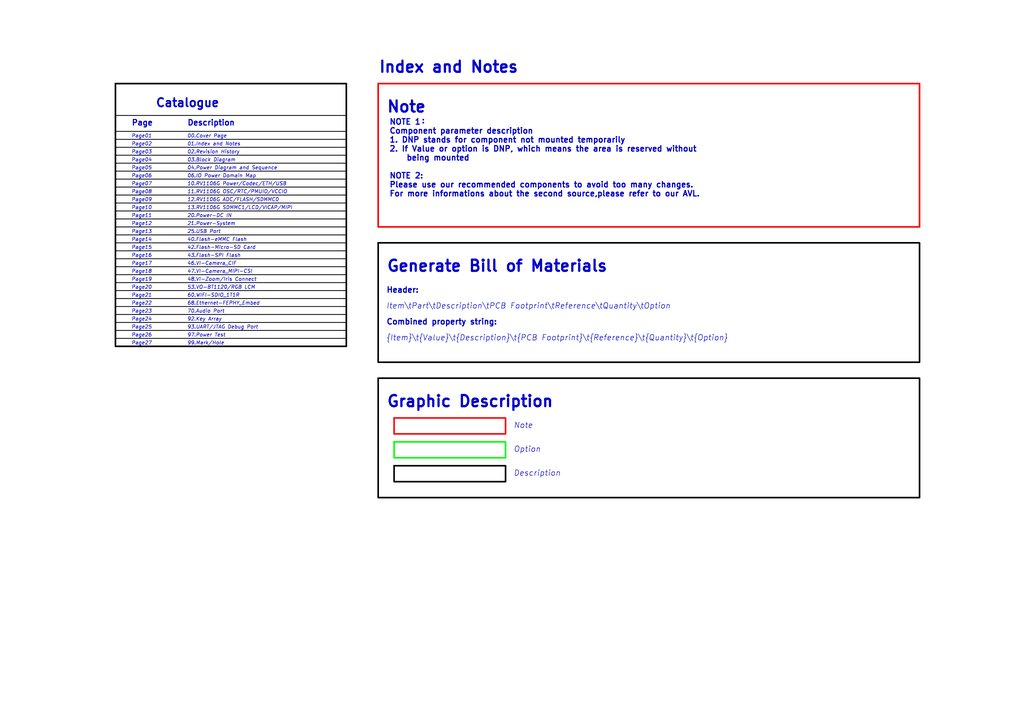
<source format=kicad_sch>
(kicad_sch
	(version 20250114)
	(generator "eeschema")
	(generator_version "9.0")
	(uuid "ac15252f-ab0d-4ffa-8ff0-7e168da30e3f")
	(paper "User" 326.7 231)
	(lib_symbols)
	(rectangle
		(start 110.49 26.67)
		(end 36.83 110.49)
		(stroke
			(width 0.508)
			(type solid)
			(color 0 0 0 1)
		)
		(fill
			(type none)
		)
		(uuid 140d4545-37c1-478c-9554-300779a72c1e)
	)
	(rectangle
		(start 293.37 120.65)
		(end 120.65 158.75)
		(stroke
			(width 0.508)
			(type solid)
			(color 0 0 0 1)
		)
		(fill
			(type none)
		)
		(uuid 29ff0aa5-7039-4971-bc57-7b306a0c387f)
	)
	(rectangle
		(start 161.29 133.35)
		(end 125.73 138.43)
		(stroke
			(width 0.508)
			(type solid)
			(color 255 0 0 1)
		)
		(fill
			(type none)
		)
		(uuid 5e4c497b-23db-44f4-88c4-5a2800442f10)
	)
	(rectangle
		(start 293.37 26.67)
		(end 120.65 72.39)
		(stroke
			(width 0.508)
			(type solid)
			(color 255 0 0 1)
		)
		(fill
			(type none)
		)
		(uuid 90c2f5a4-cab6-430a-8389-40fb37b0532c)
	)
	(rectangle
		(start 161.29 140.97)
		(end 125.73 146.05)
		(stroke
			(width 0.508)
			(type solid)
			(color 0 255 0 1)
		)
		(fill
			(type none)
		)
		(uuid 9267f2b0-5eda-4d90-86ec-a87a9f4770e9)
	)
	(rectangle
		(start 293.37 77.47)
		(end 120.65 115.57)
		(stroke
			(width 0.508)
			(type solid)
			(color 0 0 0 1)
		)
		(fill
			(type none)
		)
		(uuid adf47e15-10e4-4007-aaca-4cba144e79f8)
	)
	(rectangle
		(start 161.29 148.59)
		(end 125.73 153.67)
		(stroke
			(width 0.508)
			(type solid)
			(color 0 0 0 1)
		)
		(fill
			(type none)
		)
		(uuid b31e10ad-bc6a-469b-8725-889c94bf1430)
	)
	(text "99.Mark/Hole"
		(exclude_from_sim no)
		(at 59.69 110.236 0)
		(effects
			(font
				(size 1.143 1.143)
				(italic yes)
			)
			(justify left bottom)
		)
		(uuid "02315b06-6c13-4131-a590-b0868ff47db9")
	)
	(text "11.RV1106G OSC/RTC/PMUIO/VCCIO"
		(exclude_from_sim no)
		(at 59.69 61.976 0)
		(effects
			(font
				(size 1.143 1.143)
				(italic yes)
			)
			(justify left bottom)
		)
		(uuid "081e3241-82e7-49fc-b651-bdc068b248b6")
	)
	(text "43.Flash-SPI Flash"
		(exclude_from_sim no)
		(at 59.69 82.296 0)
		(effects
			(font
				(size 1.143 1.143)
				(italic yes)
			)
			(justify left bottom)
		)
		(uuid "0a7288d8-f38b-4163-a62f-7216bb37becb")
	)
	(text "Page23"
		(exclude_from_sim no)
		(at 41.91 100.076 0)
		(effects
			(font
				(size 1.143 1.143)
				(italic yes)
			)
			(justify left bottom)
		)
		(uuid "0cb716a1-7bc7-4490-a488-c77cd84e93fd")
	)
	(text "Combined property string:"
		(exclude_from_sim no)
		(at 123.19 103.886 0)
		(effects
			(font
				(size 1.778 1.778)
				(thickness 0.3556)
				(bold yes)
			)
			(justify left bottom)
		)
		(uuid "0f2be055-fa41-4d94-9b9b-5290f878f69b")
	)
	(text "Page"
		(exclude_from_sim no)
		(at 41.91 40.386 0)
		(effects
			(font
				(size 1.778 1.778)
				(thickness 0.3556)
				(bold yes)
			)
			(justify left bottom)
		)
		(uuid "1a8e8764-674a-4009-955a-79580c4cc130")
	)
	(text "13.RV1106G SDMMC1/LCD/VICAP/MIPI"
		(exclude_from_sim no)
		(at 59.69 67.056 0)
		(effects
			(font
				(size 1.143 1.143)
				(italic yes)
			)
			(justify left bottom)
		)
		(uuid "1c78cb14-7cce-42c2-a762-99ec5ea5b18a")
	)
	(text "20.Power-DC IN"
		(exclude_from_sim no)
		(at 59.69 69.596 0)
		(effects
			(font
				(size 1.143 1.143)
				(italic yes)
			)
			(justify left bottom)
		)
		(uuid "20f9da27-307e-4120-ae4b-a6280b5e809f")
	)
	(text "47.VI-Camera_MIPI-CSI"
		(exclude_from_sim no)
		(at 59.69 87.376 0)
		(effects
			(font
				(size 1.143 1.143)
				(italic yes)
			)
			(justify left bottom)
		)
		(uuid "2284735e-1cce-44c0-8157-e3e0ad93a407")
	)
	(text "Page01"
		(exclude_from_sim no)
		(at 41.91 44.196 0)
		(effects
			(font
				(size 1.143 1.143)
				(italic yes)
			)
			(justify left bottom)
		)
		(uuid "244bcfba-da01-44e7-a047-438ad7b0402c")
	)
	(text "Page07"
		(exclude_from_sim no)
		(at 41.91 59.436 0)
		(effects
			(font
				(size 1.143 1.143)
				(italic yes)
			)
			(justify left bottom)
		)
		(uuid "2b644e0c-1588-4f77-bbb2-2b8298d6b12e")
	)
	(text "42.Flash-Micro-SD Card"
		(exclude_from_sim no)
		(at 59.69 79.756 0)
		(effects
			(font
				(size 1.143 1.143)
				(italic yes)
			)
			(justify left bottom)
		)
		(uuid "2bf7b74b-9e01-4129-9131-7c0646265593")
	)
	(text "Page19"
		(exclude_from_sim no)
		(at 41.91 89.916 0)
		(effects
			(font
				(size 1.143 1.143)
				(italic yes)
			)
			(justify left bottom)
		)
		(uuid "3479a2ac-2d86-48d4-b691-8ff5c54f2062")
	)
	(text "01.Index and Notes"
		(exclude_from_sim no)
		(at 59.69 46.736 0)
		(effects
			(font
				(size 1.143 1.143)
				(italic yes)
			)
			(justify left bottom)
		)
		(uuid "361e1e67-1a1d-4eb5-bfe7-8d60f36f1f39")
	)
	(text "Page10"
		(exclude_from_sim no)
		(at 41.91 67.056 0)
		(effects
			(font
				(size 1.143 1.143)
				(italic yes)
			)
			(justify left bottom)
		)
		(uuid "3c34ec51-3ee9-40a7-84cc-780badc45c19")
	)
	(text "Note"
		(exclude_from_sim no)
		(at 163.83 136.906 0)
		(effects
			(font
				(size 1.778 1.778)
				(italic yes)
			)
			(justify left bottom)
		)
		(uuid "3ff2123e-56f3-46f4-8790-5cea787fd63b")
	)
	(text "03.Block Diagram"
		(exclude_from_sim no)
		(at 59.69 51.816 0)
		(effects
			(font
				(size 1.143 1.143)
				(italic yes)
			)
			(justify left bottom)
		)
		(uuid "41ef9d31-09f3-42f2-84d0-8fcd3e8e55b2")
	)
	(text "Page20"
		(exclude_from_sim no)
		(at 41.91 92.456 0)
		(effects
			(font
				(size 1.143 1.143)
				(italic yes)
			)
			(justify left bottom)
		)
		(uuid "421858c8-7fce-4cd9-91f5-bb023c2c026c")
	)
	(text "Page24"
		(exclude_from_sim no)
		(at 41.91 102.616 0)
		(effects
			(font
				(size 1.143 1.143)
				(italic yes)
			)
			(justify left bottom)
		)
		(uuid "42c8afef-9598-48c7-b2f8-fb044e1fa578")
	)
	(text "Page13"
		(exclude_from_sim no)
		(at 41.91 74.676 0)
		(effects
			(font
				(size 1.143 1.143)
				(italic yes)
			)
			(justify left bottom)
		)
		(uuid "4a4825d1-af14-4dcd-bdc4-0774118a4da4")
	)
	(text "60.WIFI-SDIO_1T1R"
		(exclude_from_sim no)
		(at 59.69 94.996 0)
		(effects
			(font
				(size 1.143 1.143)
				(italic yes)
			)
			(justify left bottom)
		)
		(uuid "4f99367a-8601-4fff-a195-07771446deef")
	)
	(text "53.VO-BT1120/RGB LCM"
		(exclude_from_sim no)
		(at 59.69 92.456 0)
		(effects
			(font
				(size 1.143 1.143)
				(italic yes)
			)
			(justify left bottom)
		)
		(uuid "59618493-cd32-4ab9-a71f-b98a8d0840a9")
	)
	(text "Page21"
		(exclude_from_sim no)
		(at 41.91 94.996 0)
		(effects
			(font
				(size 1.143 1.143)
				(italic yes)
			)
			(justify left bottom)
		)
		(uuid "5d553d40-4d1f-44e4-8b6a-cb726a927b02")
	)
	(text "Item\\tPart\\tDescription\\tPCB Footprint\\tReference\\tQuantity\\tOption"
		(exclude_from_sim no)
		(at 123.19 98.806 0)
		(effects
			(font
				(size 1.778 1.778)
				(italic yes)
			)
			(justify left bottom)
		)
		(uuid "5edef138-a185-4547-89be-32cd052b8fe9")
	)
	(text "68.Ethernet-FEPHY_Embed"
		(exclude_from_sim no)
		(at 59.69 97.536 0)
		(effects
			(font
				(size 1.143 1.143)
				(italic yes)
			)
			(justify left bottom)
		)
		(uuid "606f6a66-9455-4508-8346-f823015fe59b")
	)
	(text "Generate Bill of Materials"
		(exclude_from_sim no)
		(at 123.19 87.122 0)
		(effects
			(font
				(size 3.556 3.556)
				(thickness 0.7112)
				(bold yes)
			)
			(justify left bottom)
		)
		(uuid "6a68ea6b-5e24-4843-98dc-0812f34f3d26")
	)
	(text "Page09"
		(exclude_from_sim no)
		(at 41.91 64.516 0)
		(effects
			(font
				(size 1.143 1.143)
				(italic yes)
			)
			(justify left bottom)
		)
		(uuid "6d823570-7c21-468d-9482-c9e0fe2f5982")
	)
	(text "25.USB Port"
		(exclude_from_sim no)
		(at 59.69 74.676 0)
		(effects
			(font
				(size 1.143 1.143)
				(italic yes)
			)
			(justify left bottom)
		)
		(uuid "74da392c-1b6e-48e2-a04d-af8c2f5ed847")
	)
	(text "Page27"
		(exclude_from_sim no)
		(at 41.91 110.236 0)
		(effects
			(font
				(size 1.143 1.143)
				(italic yes)
			)
			(justify left bottom)
		)
		(uuid "7f4f3cec-0909-452b-a2c1-f9defec3c13f")
	)
	(text "Page14"
		(exclude_from_sim no)
		(at 41.91 77.216 0)
		(effects
			(font
				(size 1.143 1.143)
				(italic yes)
			)
			(justify left bottom)
		)
		(uuid "8471abf6-52f1-4a7d-aa85-279c4b0ef899")
	)
	(text "Page25"
		(exclude_from_sim no)
		(at 41.91 105.156 0)
		(effects
			(font
				(size 1.143 1.143)
				(italic yes)
			)
			(justify left bottom)
		)
		(uuid "8ac395ff-07c0-4f85-b834-79500b40aab2")
	)
	(text "93.UART/JTAG Debug Port"
		(exclude_from_sim no)
		(at 59.69 105.156 0)
		(effects
			(font
				(size 1.143 1.143)
				(italic yes)
			)
			(justify left bottom)
		)
		(uuid "8be020f7-5da9-4fb2-9a0d-c4efce4babfa")
	)
	(text "00.Cover Page"
		(exclude_from_sim no)
		(at 59.69 44.196 0)
		(effects
			(font
				(size 1.143 1.143)
				(italic yes)
			)
			(justify left bottom)
		)
		(uuid "90413075-8f8e-4b04-9b3b-3d9322aa777f")
	)
	(text "Page18"
		(exclude_from_sim no)
		(at 41.91 87.376 0)
		(effects
			(font
				(size 1.143 1.143)
				(italic yes)
			)
			(justify left bottom)
		)
		(uuid "912d81df-cd0d-43ef-9851-bdb40bec2f47")
	)
	(text "Option"
		(exclude_from_sim no)
		(at 163.83 144.526 0)
		(effects
			(font
				(size 1.778 1.778)
				(italic yes)
			)
			(justify left bottom)
		)
		(uuid "924c06d9-2cbd-45ce-9c78-06dc35b255e3")
	)
	(text "46.VI-Camera_CIF"
		(exclude_from_sim no)
		(at 59.69 84.836 0)
		(effects
			(font
				(size 1.143 1.143)
				(italic yes)
			)
			(justify left bottom)
		)
		(uuid "93e44ead-f364-4f76-98e6-50229e848f63")
	)
	(text "Page02"
		(exclude_from_sim no)
		(at 41.91 46.736 0)
		(effects
			(font
				(size 1.143 1.143)
				(italic yes)
			)
			(justify left bottom)
		)
		(uuid "97498759-a3cd-4f9b-bfdb-2a25ce3dfe28")
	)
	(text "21.Power-System"
		(exclude_from_sim no)
		(at 59.69 72.136 0)
		(effects
			(font
				(size 1.143 1.143)
				(italic yes)
			)
			(justify left bottom)
		)
		(uuid "9c5be319-0b08-488a-894a-462753f5f2dc")
	)
	(text "70.Audio Port"
		(exclude_from_sim no)
		(at 59.69 100.076 0)
		(effects
			(font
				(size 1.143 1.143)
				(italic yes)
			)
			(justify left bottom)
		)
		(uuid "9d3275b6-534b-418b-9234-ddcb7933a871")
	)
	(text "Page17"
		(exclude_from_sim no)
		(at 41.91 84.836 0)
		(effects
			(font
				(size 1.143 1.143)
				(italic yes)
			)
			(justify left bottom)
		)
		(uuid "a82d8fce-32d9-4ebb-b4fc-ad555c9bee80")
	)
	(text "Catalogue"
		(exclude_from_sim no)
		(at 49.53 34.544 0)
		(effects
			(font
				(size 2.667 2.667)
				(thickness 0.5334)
				(bold yes)
			)
			(justify left bottom)
		)
		(uuid "ad7d5f1f-8db6-4b84-86bb-a5d2077cd0fa")
	)
	(text "97.Power Test"
		(exclude_from_sim no)
		(at 59.69 107.696 0)
		(effects
			(font
				(size 1.143 1.143)
				(italic yes)
			)
			(justify left bottom)
		)
		(uuid "b608d5c6-2813-4753-9a06-6b41a11a56c7")
	)
	(text "06.IO Power Domain Map"
		(exclude_from_sim no)
		(at 59.69 56.896 0)
		(effects
			(font
				(size 1.143 1.143)
				(italic yes)
			)
			(justify left bottom)
		)
		(uuid "b719d95b-c3dd-49e7-a869-955f69ea47d1")
	)
	(text "Page06"
		(exclude_from_sim no)
		(at 41.91 56.896 0)
		(effects
			(font
				(size 1.143 1.143)
				(italic yes)
			)
			(justify left bottom)
		)
		(uuid "b8571a39-659e-4c7c-9cab-ed63d9d55660")
	)
	(text "04.Power Diagram and Sequence"
		(exclude_from_sim no)
		(at 59.69 54.356 0)
		(effects
			(font
				(size 1.143 1.143)
				(italic yes)
			)
			(justify left bottom)
		)
		(uuid "b877c51a-213a-49eb-b460-c584ebdf10eb")
	)
	(text "Page16"
		(exclude_from_sim no)
		(at 41.91 82.296 0)
		(effects
			(font
				(size 1.143 1.143)
				(italic yes)
			)
			(justify left bottom)
		)
		(uuid "ba981c36-2373-4713-805a-a0ac8ba33495")
	)
	(text "02.Revision History"
		(exclude_from_sim no)
		(at 59.69 49.276 0)
		(effects
			(font
				(size 1.143 1.143)
				(italic yes)
			)
			(justify left bottom)
		)
		(uuid "c10cedc4-f21b-42d3-9be5-97840ba8e22e")
	)
	(text "Page22"
		(exclude_from_sim no)
		(at 41.91 97.536 0)
		(effects
			(font
				(size 1.143 1.143)
				(italic yes)
			)
			(justify left bottom)
		)
		(uuid "c1a3bc2c-aad1-4239-90fa-48b7b894863f")
	)
	(text "48.VI-Zoom/Iris Connect"
		(exclude_from_sim no)
		(at 59.69 89.916 0)
		(effects
			(font
				(size 1.143 1.143)
				(italic yes)
			)
			(justify left bottom)
		)
		(uuid "c3666b0b-a2c9-4d75-944c-a52a0aaef3cd")
	)
	(text "40.Flash-eMMC Flash"
		(exclude_from_sim no)
		(at 59.69 77.216 0)
		(effects
			(font
				(size 1.143 1.143)
				(italic yes)
			)
			(justify left bottom)
		)
		(uuid "c38fb909-1a3c-49c1-9ccf-930d9efb24fd")
	)
	(text "Page11"
		(exclude_from_sim no)
		(at 41.91 69.596 0)
		(effects
			(font
				(size 1.143 1.143)
				(italic yes)
			)
			(justify left bottom)
		)
		(uuid "c6bce0f9-03da-43c5-baad-d7ff027267f4")
	)
	(text "92.Key Array"
		(exclude_from_sim no)
		(at 59.69 102.616 0)
		(effects
			(font
				(size 1.143 1.143)
				(italic yes)
			)
			(justify left bottom)
		)
		(uuid "c6dcaaee-ac00-4da0-849d-9069ab366613")
	)
	(text "Header:"
		(exclude_from_sim no)
		(at 123.19 93.726 0)
		(effects
			(font
				(size 1.778 1.778)
				(thickness 0.3556)
				(bold yes)
			)
			(justify left bottom)
		)
		(uuid "c8866fe5-c368-4b8b-9aa7-b40e1611f451")
	)
	(text "Page04"
		(exclude_from_sim no)
		(at 41.91 51.816 0)
		(effects
			(font
				(size 1.143 1.143)
				(italic yes)
			)
			(justify left bottom)
		)
		(uuid "cd28664c-e644-4afd-a772-d832ad789489")
	)
	(text "Page12"
		(exclude_from_sim no)
		(at 41.91 72.136 0)
		(effects
			(font
				(size 1.143 1.143)
				(italic yes)
			)
			(justify left bottom)
		)
		(uuid "d1c23397-0f71-45bb-aa3e-cbc9fcd32410")
	)
	(text "Page08"
		(exclude_from_sim no)
		(at 41.91 61.976 0)
		(effects
			(font
				(size 1.143 1.143)
				(italic yes)
			)
			(justify left bottom)
		)
		(uuid "d43d7af8-5852-46cd-827a-4c68ea579dd1")
	)
	(text "Page15"
		(exclude_from_sim no)
		(at 41.91 79.756 0)
		(effects
			(font
				(size 1.143 1.143)
				(italic yes)
			)
			(justify left bottom)
		)
		(uuid "e0d84dfd-63a3-4d96-9d68-8ffc192efbf6")
	)
	(text "Description"
		(exclude_from_sim no)
		(at 59.69 40.386 0)
		(effects
			(font
				(size 1.778 1.778)
				(thickness 0.3556)
				(bold yes)
			)
			(justify left bottom)
		)
		(uuid "e2afba22-97a3-4056-b4f0-f44b32f1f331")
	)
	(text "Page03"
		(exclude_from_sim no)
		(at 41.91 49.276 0)
		(effects
			(font
				(size 1.143 1.143)
				(italic yes)
			)
			(justify left bottom)
		)
		(uuid "e42fe93f-b355-4659-ae04-6c96c0af6412")
	)
	(text "10.RV1106G Power/Codec/ETH/USB"
		(exclude_from_sim no)
		(at 59.69 59.436 0)
		(effects
			(font
				(size 1.143 1.143)
				(italic yes)
			)
			(justify left bottom)
		)
		(uuid "e7510f16-52a3-49b5-a126-dfb0f12544bf")
	)
	(text "Index and Notes"
		(exclude_from_sim no)
		(at 120.65 23.622 0)
		(effects
			(font
				(size 3.556 3.556)
				(thickness 0.7112)
				(bold yes)
			)
			(justify left bottom)
		)
		(uuid "e80afa4a-b131-4570-9307-8d81ed1b697d")
	)
	(text "Page05"
		(exclude_from_sim no)
		(at 41.91 54.356 0)
		(effects
			(font
				(size 1.143 1.143)
				(italic yes)
			)
			(justify left bottom)
		)
		(uuid "eff798d4-3d1a-4b4f-b93e-5964b85b4e6d")
	)
	(text "{Item}\\t{Value}\\t{Description}\\t{PCB Footprint}\\t{Reference}\\t{Quantity}\\t{Option}"
		(exclude_from_sim no)
		(at 123.19 108.966 0)
		(effects
			(font
				(size 1.778 1.778)
				(italic yes)
			)
			(justify left bottom)
		)
		(uuid "f1528047-034a-4c61-b492-e829c2f8ddc8")
	)
	(text "Note"
		(exclude_from_sim no)
		(at 123.19 36.322 0)
		(effects
			(font
				(size 3.556 3.556)
				(thickness 0.7112)
				(bold yes)
			)
			(justify left bottom)
		)
		(uuid "f7398f7c-a5fc-4ba2-8013-a599086cd7c1")
	)
	(text "12.RV1106G ADC/FLASH/SDMMC0"
		(exclude_from_sim no)
		(at 59.69 64.516 0)
		(effects
			(font
				(size 1.143 1.143)
				(italic yes)
			)
			(justify left bottom)
		)
		(uuid "f779ac80-af41-452d-82bc-58c4a56a13e6")
	)
	(text "Description"
		(exclude_from_sim no)
		(at 163.83 152.146 0)
		(effects
			(font
				(size 1.778 1.778)
				(italic yes)
			)
			(justify left bottom)
		)
		(uuid "f9046d63-f813-4944-a92a-ae9a3575bb50")
	)
	(text "Page26"
		(exclude_from_sim no)
		(at 41.91 107.696 0)
		(effects
			(font
				(size 1.143 1.143)
				(italic yes)
			)
			(justify left bottom)
		)
		(uuid "fd7f22f5-3472-43ae-89f4-5239b8ba30c7")
	)
	(text "Graphic Description"
		(exclude_from_sim no)
		(at 123.19 130.302 0)
		(effects
			(font
				(size 3.556 3.556)
				(thickness 0.7112)
				(bold yes)
			)
			(justify left bottom)
		)
		(uuid "fdac29b7-aee8-4c68-a084-08d5eaf4eab1")
	)
	(text_box "NOTE 1：\nComponent parameter description\n1. DNP stands for component not mounted temporarily\n2. If Value or option is DNP, which means the area is reserved without \n    being mounted\n\nNOTE 2:\nPlease use our recommended components to avoid too many changes.\nFor more informations about the second source,please refer to our AVL."
		(exclude_from_sim no)
		(at 268.478 68.834 0)
		(size -145.288 -32.004)
		(margins 0.9525 0.9525 0.9525 0.9525)
		(stroke
			(width -0.0001)
			(type default)
			(color 0 0 0 1)
		)
		(fill
			(type none)
		)
		(effects
			(font
				(size 1.778 1.778)
				(thickness 0.3556)
				(bold yes)
			)
			(justify left top)
		)
		(uuid "06a84694-fde8-4db6-b281-5210bc0e1624")
	)
	(polyline
		(pts
			(xy 36.83 59.69) (xy 110.49 59.69)
		)
		(stroke
			(width 0.254)
			(type solid)
			(color 0 0 0 1)
		)
		(uuid "08f8b065-d446-4096-9b24-afd47256663f")
	)
	(polyline
		(pts
			(xy 36.83 57.15) (xy 110.49 57.15)
		)
		(stroke
			(width 0.254)
			(type solid)
			(color 0 0 0 1)
		)
		(uuid "1aa7935f-084a-4853-8cdf-81bb2a4471c6")
	)
	(polyline
		(pts
			(xy 36.83 102.87) (xy 110.49 102.87)
		)
		(stroke
			(width 0.254)
			(type solid)
			(color 0 0 0 1)
		)
		(uuid "219d647d-e7da-45e0-9d55-503dcc408c99")
	)
	(polyline
		(pts
			(xy 36.83 95.25) (xy 110.49 95.25)
		)
		(stroke
			(width 0.254)
			(type solid)
			(color 0 0 0 1)
		)
		(uuid "30c00d19-6b00-4548-86bc-38760cb8e63c")
	)
	(polyline
		(pts
			(xy 36.83 105.41) (xy 110.49 105.41)
		)
		(stroke
			(width 0.254)
			(type solid)
			(color 0 0 0 1)
		)
		(uuid "30f08233-c19b-4a0f-969b-0a8265579931")
	)
	(polyline
		(pts
			(xy 36.83 77.47) (xy 110.49 77.47)
		)
		(stroke
			(width 0.254)
			(type solid)
			(color 0 0 0 1)
		)
		(uuid "356d97e3-e2f3-4f01-b817-cd8347b57084")
	)
	(polyline
		(pts
			(xy 36.83 54.61) (xy 110.49 54.61)
		)
		(stroke
			(width 0.254)
			(type solid)
			(color 0 0 0 1)
		)
		(uuid "46cf9396-b983-4e30-af7d-0b625b97a0a6")
	)
	(polyline
		(pts
			(xy 36.83 80.01) (xy 110.49 80.01)
		)
		(stroke
			(width 0.254)
			(type solid)
			(color 0 0 0 1)
		)
		(uuid "4fad3eef-3c64-4959-9652-8dca9f243df4")
	)
	(polyline
		(pts
			(xy 36.83 64.77) (xy 110.49 64.77)
		)
		(stroke
			(width 0.254)
			(type solid)
			(color 0 0 0 1)
		)
		(uuid "5236bcaf-a680-4ded-9a44-5c41e38f8b09")
	)
	(polyline
		(pts
			(xy 36.83 44.45) (xy 110.49 44.45)
		)
		(stroke
			(width 0.254)
			(type solid)
			(color 0 0 0 1)
		)
		(uuid "58f5df63-e37d-4e03-ac6b-366885d47129")
	)
	(polyline
		(pts
			(xy 36.83 46.99) (xy 110.49 46.99)
		)
		(stroke
			(width 0.254)
			(type solid)
			(color 0 0 0 1)
		)
		(uuid "6eca6e2f-59de-4d2e-b9ed-4861d42c4988")
	)
	(polyline
		(pts
			(xy 36.83 85.09) (xy 110.49 85.09)
		)
		(stroke
			(width 0.254)
			(type solid)
			(color 0 0 0 1)
		)
		(uuid "8be87d33-2156-4496-8ddb-fe720cb28240")
	)
	(polyline
		(pts
			(xy 36.83 90.17) (xy 110.49 90.17)
		)
		(stroke
			(width 0.254)
			(type solid)
			(color 0 0 0 1)
		)
		(uuid "92684840-a52c-40e2-a38a-1307d39dcfc7")
	)
	(polyline
		(pts
			(xy 36.83 92.71) (xy 110.49 92.71)
		)
		(stroke
			(width 0.254)
			(type solid)
			(color 0 0 0 1)
		)
		(uuid "92bf693d-06fa-467b-82fa-8b717d40b747")
	)
	(polyline
		(pts
			(xy 36.83 62.23) (xy 110.49 62.23)
		)
		(stroke
			(width 0.254)
			(type solid)
			(color 0 0 0 1)
		)
		(uuid "9b482919-0c05-49e0-96b6-9c5b3c747172")
	)
	(polyline
		(pts
			(xy 36.83 69.85) (xy 110.49 69.85)
		)
		(stroke
			(width 0.254)
			(type solid)
			(color 0 0 0 1)
		)
		(uuid "9fba2284-1d0e-4fb5-bc2a-644f252449ef")
	)
	(polyline
		(pts
			(xy 36.83 49.53) (xy 110.49 49.53)
		)
		(stroke
			(width 0.254)
			(type solid)
			(color 0 0 0 1)
		)
		(uuid "c060b87e-619b-463e-8654-99326c998681")
	)
	(polyline
		(pts
			(xy 36.83 100.33) (xy 110.49 100.33)
		)
		(stroke
			(width 0.254)
			(type solid)
			(color 0 0 0 1)
		)
		(uuid "c63d63b5-6fb5-46bf-a40b-eb251dcdb327")
	)
	(polyline
		(pts
			(xy 36.83 74.93) (xy 110.49 74.93)
		)
		(stroke
			(width 0.254)
			(type solid)
			(color 0 0 0 1)
		)
		(uuid "cdf9fd54-d8e5-4881-be99-b94f8fea3fcc")
	)
	(polyline
		(pts
			(xy 36.83 36.83) (xy 110.49 36.83)
		)
		(stroke
			(width 0.254)
			(type solid)
			(color 0 0 0 1)
		)
		(uuid "d19d7e01-660a-4655-9b62-1ecd17a5815d")
	)
	(polyline
		(pts
			(xy 36.83 107.95) (xy 110.49 107.95)
		)
		(stroke
			(width 0.254)
			(type solid)
			(color 0 0 0 1)
		)
		(uuid "d281aa6b-e71c-4511-af71-8ddf617cd591")
	)
	(polyline
		(pts
			(xy 36.83 72.39) (xy 110.49 72.39)
		)
		(stroke
			(width 0.254)
			(type solid)
			(color 0 0 0 1)
		)
		(uuid "d5795dd1-5609-4ee2-b664-6bd6d0200c00")
	)
	(polyline
		(pts
			(xy 36.83 97.79) (xy 110.49 97.79)
		)
		(stroke
			(width 0.254)
			(type solid)
			(color 0 0 0 1)
		)
		(uuid "d579648f-fd70-4780-ba2f-11a8d4583a4f")
	)
	(polyline
		(pts
			(xy 36.83 52.07) (xy 110.49 52.07)
		)
		(stroke
			(width 0.254)
			(type solid)
			(color 0 0 0 1)
		)
		(uuid "e268aad5-d820-44e3-9116-b5779f01bf00")
	)
	(polyline
		(pts
			(xy 36.83 87.63) (xy 110.49 87.63)
		)
		(stroke
			(width 0.254)
			(type solid)
			(color 0 0 0 1)
		)
		(uuid "ec5b2241-3d77-4a00-8e50-b16e9fa172ba")
	)
	(polyline
		(pts
			(xy 36.83 41.91) (xy 110.49 41.91)
		)
		(stroke
			(width 0.254)
			(type solid)
			(color 0 0 0 1)
		)
		(uuid "f4707b4a-b4c7-44da-b2c6-d7f33a7e0830")
	)
	(polyline
		(pts
			(xy 36.83 67.31) (xy 110.49 67.31)
		)
		(stroke
			(width 0.254)
			(type solid)
			(color 0 0 0 1)
		)
		(uuid "f551a8a9-adb2-441f-90ed-d468d60f0f50")
	)
	(polyline
		(pts
			(xy 36.83 82.55) (xy 110.49 82.55)
		)
		(stroke
			(width 0.254)
			(type solid)
			(color 0 0 0 1)
		)
		(uuid "f7a251d3-16fc-4594-9387-43a4745e98a6")
	)
)

</source>
